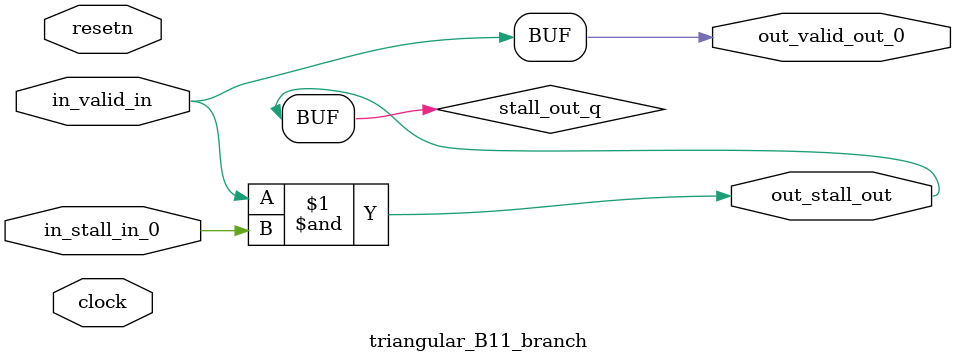
<source format=sv>



(* altera_attribute = "-name AUTO_SHIFT_REGISTER_RECOGNITION OFF; -name MESSAGE_DISABLE 10036; -name MESSAGE_DISABLE 10037; -name MESSAGE_DISABLE 14130; -name MESSAGE_DISABLE 14320; -name MESSAGE_DISABLE 15400; -name MESSAGE_DISABLE 14130; -name MESSAGE_DISABLE 10036; -name MESSAGE_DISABLE 12020; -name MESSAGE_DISABLE 12030; -name MESSAGE_DISABLE 12010; -name MESSAGE_DISABLE 12110; -name MESSAGE_DISABLE 14320; -name MESSAGE_DISABLE 13410; -name MESSAGE_DISABLE 113007; -name MESSAGE_DISABLE 10958" *)
module triangular_B11_branch (
    input wire [0:0] in_stall_in_0,
    input wire [0:0] in_valid_in,
    output wire [0:0] out_stall_out,
    output wire [0:0] out_valid_out_0,
    input wire clock,
    input wire resetn
    );

    wire [0:0] stall_out_q;


    // stall_out(LOGICAL,6)
    assign stall_out_q = in_valid_in & in_stall_in_0;

    // out_stall_out(GPOUT,4)
    assign out_stall_out = stall_out_q;

    // out_valid_out_0(GPOUT,5)
    assign out_valid_out_0 = in_valid_in;

endmodule

</source>
